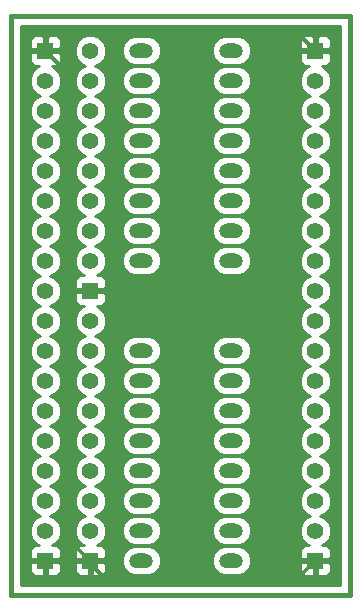
<source format=gbl>
G04 (created by PCBNEW-RS274X (2011-07-08)-stable) date Thu 27 Oct 2011 07:18:31 PM CEST*
G01*
G70*
G90*
%MOIN*%
G04 Gerber Fmt 3.4, Leading zero omitted, Abs format*
%FSLAX34Y34*%
G04 APERTURE LIST*
%ADD10C,0.006000*%
%ADD11C,0.015000*%
%ADD12R,0.055000X0.055000*%
%ADD13C,0.055000*%
%ADD14O,0.080000X0.050000*%
%ADD15C,0.012000*%
%ADD16C,0.010000*%
G04 APERTURE END LIST*
G54D10*
G54D11*
X64950Y-33050D02*
X64950Y-13750D01*
X76250Y-33050D02*
X76250Y-13750D01*
X64950Y-33050D02*
X76250Y-33050D01*
X64950Y-13750D02*
X76250Y-13750D01*
G54D12*
X67600Y-22900D03*
G54D13*
X67600Y-21900D03*
X67600Y-20900D03*
X67600Y-19900D03*
X67600Y-18900D03*
X67600Y-17900D03*
X67600Y-16900D03*
X67600Y-15900D03*
X67600Y-14900D03*
G54D12*
X75100Y-14900D03*
G54D13*
X75100Y-15900D03*
X75100Y-16900D03*
X75100Y-17900D03*
X75100Y-18900D03*
X75100Y-19900D03*
X75100Y-20900D03*
X75100Y-21900D03*
X75100Y-22900D03*
G54D12*
X75100Y-31900D03*
G54D13*
X75100Y-30900D03*
X75100Y-29900D03*
X75100Y-28900D03*
X75100Y-27900D03*
X75100Y-26900D03*
X75100Y-25900D03*
X75100Y-24900D03*
X75100Y-23900D03*
G54D12*
X66100Y-31900D03*
G54D13*
X66100Y-30900D03*
X66100Y-29900D03*
X66100Y-28900D03*
X66100Y-27900D03*
X66100Y-26900D03*
X66100Y-25900D03*
X66100Y-24900D03*
X66100Y-23900D03*
G54D12*
X66100Y-14900D03*
G54D13*
X66100Y-15900D03*
X66100Y-16900D03*
X66100Y-17900D03*
X66100Y-18900D03*
X66100Y-19900D03*
X66100Y-20900D03*
X66100Y-21900D03*
X66100Y-22900D03*
G54D14*
X72300Y-31900D03*
X72300Y-30900D03*
X72300Y-29900D03*
X72300Y-28900D03*
X72300Y-27900D03*
X72300Y-26900D03*
X72300Y-25900D03*
X72300Y-24900D03*
X69300Y-24900D03*
X69300Y-25900D03*
X69300Y-26900D03*
X69300Y-27900D03*
X69300Y-28900D03*
X69300Y-29900D03*
X69300Y-30900D03*
X69300Y-31900D03*
X72300Y-21900D03*
X72300Y-20900D03*
X72300Y-19900D03*
X72300Y-18900D03*
X72300Y-17900D03*
X72300Y-16900D03*
X72300Y-15900D03*
X72300Y-14900D03*
X69300Y-14900D03*
X69300Y-15900D03*
X69300Y-16900D03*
X69300Y-17900D03*
X69300Y-18900D03*
X69300Y-19900D03*
X69300Y-20900D03*
X69300Y-21900D03*
G54D12*
X67600Y-31900D03*
G54D13*
X67600Y-30900D03*
X67600Y-29900D03*
X67600Y-28900D03*
X67600Y-27900D03*
X67600Y-26900D03*
X67600Y-25900D03*
X67600Y-24900D03*
X67600Y-23900D03*
G54D15*
X66100Y-14900D02*
X66100Y-14400D01*
X74350Y-14150D02*
X75100Y-14900D01*
X66350Y-14150D02*
X74350Y-14150D01*
X66100Y-14400D02*
X66350Y-14150D01*
X66850Y-15650D02*
X66100Y-14900D01*
X66850Y-22600D02*
X66850Y-15650D01*
X67150Y-22900D02*
X66850Y-22600D01*
X67600Y-31900D02*
X67600Y-32000D01*
X74450Y-32550D02*
X75100Y-31900D01*
X68150Y-32550D02*
X74450Y-32550D01*
X67600Y-32000D02*
X68150Y-32550D01*
X67600Y-22900D02*
X67150Y-22900D01*
X67150Y-22900D02*
X66900Y-23150D01*
X66900Y-31200D02*
X67600Y-31900D01*
X66900Y-23150D02*
X66900Y-31200D01*
X66100Y-31900D02*
X67600Y-31900D01*
G54D10*
G36*
X75925Y-32725D02*
X75625Y-32725D01*
X75625Y-32012D01*
X75625Y-31788D01*
X75624Y-31576D01*
X75586Y-31484D01*
X75516Y-31414D01*
X75425Y-31376D01*
X75326Y-31376D01*
X75322Y-31375D01*
X75397Y-31345D01*
X75545Y-31198D01*
X75625Y-31005D01*
X75625Y-30796D01*
X75545Y-30603D01*
X75398Y-30455D01*
X75264Y-30399D01*
X75397Y-30345D01*
X75545Y-30198D01*
X75625Y-30005D01*
X75625Y-29796D01*
X75545Y-29603D01*
X75398Y-29455D01*
X75264Y-29399D01*
X75397Y-29345D01*
X75545Y-29198D01*
X75625Y-29005D01*
X75625Y-28796D01*
X75545Y-28603D01*
X75398Y-28455D01*
X75264Y-28399D01*
X75397Y-28345D01*
X75545Y-28198D01*
X75625Y-28005D01*
X75625Y-27796D01*
X75545Y-27603D01*
X75398Y-27455D01*
X75264Y-27399D01*
X75397Y-27345D01*
X75545Y-27198D01*
X75625Y-27005D01*
X75625Y-26796D01*
X75545Y-26603D01*
X75398Y-26455D01*
X75264Y-26399D01*
X75397Y-26345D01*
X75545Y-26198D01*
X75625Y-26005D01*
X75625Y-25796D01*
X75545Y-25603D01*
X75398Y-25455D01*
X75264Y-25399D01*
X75397Y-25345D01*
X75545Y-25198D01*
X75625Y-25005D01*
X75625Y-24796D01*
X75545Y-24603D01*
X75398Y-24455D01*
X75264Y-24399D01*
X75397Y-24345D01*
X75545Y-24198D01*
X75625Y-24005D01*
X75625Y-23796D01*
X75545Y-23603D01*
X75398Y-23455D01*
X75264Y-23399D01*
X75397Y-23345D01*
X75545Y-23198D01*
X75625Y-23005D01*
X75625Y-22796D01*
X75545Y-22603D01*
X75398Y-22455D01*
X75264Y-22399D01*
X75397Y-22345D01*
X75545Y-22198D01*
X75625Y-22005D01*
X75625Y-21796D01*
X75545Y-21603D01*
X75398Y-21455D01*
X75264Y-21399D01*
X75397Y-21345D01*
X75545Y-21198D01*
X75625Y-21005D01*
X75625Y-20796D01*
X75545Y-20603D01*
X75398Y-20455D01*
X75264Y-20399D01*
X75397Y-20345D01*
X75545Y-20198D01*
X75625Y-20005D01*
X75625Y-19796D01*
X75545Y-19603D01*
X75398Y-19455D01*
X75264Y-19399D01*
X75397Y-19345D01*
X75545Y-19198D01*
X75625Y-19005D01*
X75625Y-18796D01*
X75545Y-18603D01*
X75398Y-18455D01*
X75264Y-18399D01*
X75397Y-18345D01*
X75545Y-18198D01*
X75625Y-18005D01*
X75625Y-17796D01*
X75545Y-17603D01*
X75398Y-17455D01*
X75264Y-17399D01*
X75397Y-17345D01*
X75545Y-17198D01*
X75625Y-17005D01*
X75625Y-16796D01*
X75545Y-16603D01*
X75398Y-16455D01*
X75264Y-16399D01*
X75397Y-16345D01*
X75545Y-16198D01*
X75625Y-16005D01*
X75625Y-15796D01*
X75545Y-15603D01*
X75398Y-15455D01*
X75323Y-15424D01*
X75326Y-15424D01*
X75425Y-15424D01*
X75516Y-15386D01*
X75586Y-15316D01*
X75624Y-15224D01*
X75625Y-15012D01*
X75625Y-14788D01*
X75624Y-14576D01*
X75586Y-14484D01*
X75516Y-14414D01*
X75425Y-14376D01*
X75326Y-14376D01*
X75212Y-14375D01*
X75150Y-14437D01*
X75150Y-14850D01*
X75563Y-14850D01*
X75625Y-14788D01*
X75625Y-15012D01*
X75563Y-14950D01*
X75200Y-14950D01*
X75150Y-14950D01*
X75050Y-14950D01*
X75050Y-14850D01*
X75050Y-14437D01*
X74988Y-14375D01*
X74874Y-14376D01*
X74775Y-14376D01*
X74684Y-14414D01*
X74614Y-14484D01*
X74576Y-14576D01*
X74575Y-14788D01*
X74637Y-14850D01*
X75050Y-14850D01*
X75050Y-14950D01*
X75000Y-14950D01*
X74637Y-14950D01*
X74575Y-15012D01*
X74576Y-15224D01*
X74614Y-15316D01*
X74684Y-15386D01*
X74775Y-15424D01*
X74874Y-15424D01*
X74803Y-15455D01*
X74655Y-15602D01*
X74575Y-15795D01*
X74575Y-16004D01*
X74655Y-16197D01*
X74802Y-16345D01*
X74935Y-16400D01*
X74803Y-16455D01*
X74655Y-16602D01*
X74575Y-16795D01*
X74575Y-17004D01*
X74655Y-17197D01*
X74802Y-17345D01*
X74935Y-17400D01*
X74803Y-17455D01*
X74655Y-17602D01*
X74575Y-17795D01*
X74575Y-18004D01*
X74655Y-18197D01*
X74802Y-18345D01*
X74935Y-18400D01*
X74803Y-18455D01*
X74655Y-18602D01*
X74575Y-18795D01*
X74575Y-19004D01*
X74655Y-19197D01*
X74802Y-19345D01*
X74935Y-19400D01*
X74803Y-19455D01*
X74655Y-19602D01*
X74575Y-19795D01*
X74575Y-20004D01*
X74655Y-20197D01*
X74802Y-20345D01*
X74935Y-20400D01*
X74803Y-20455D01*
X74655Y-20602D01*
X74575Y-20795D01*
X74575Y-21004D01*
X74655Y-21197D01*
X74802Y-21345D01*
X74935Y-21400D01*
X74803Y-21455D01*
X74655Y-21602D01*
X74575Y-21795D01*
X74575Y-22004D01*
X74655Y-22197D01*
X74802Y-22345D01*
X74935Y-22400D01*
X74803Y-22455D01*
X74655Y-22602D01*
X74575Y-22795D01*
X74575Y-23004D01*
X74655Y-23197D01*
X74802Y-23345D01*
X74935Y-23400D01*
X74803Y-23455D01*
X74655Y-23602D01*
X74575Y-23795D01*
X74575Y-24004D01*
X74655Y-24197D01*
X74802Y-24345D01*
X74935Y-24400D01*
X74803Y-24455D01*
X74655Y-24602D01*
X74575Y-24795D01*
X74575Y-25004D01*
X74655Y-25197D01*
X74802Y-25345D01*
X74935Y-25400D01*
X74803Y-25455D01*
X74655Y-25602D01*
X74575Y-25795D01*
X74575Y-26004D01*
X74655Y-26197D01*
X74802Y-26345D01*
X74935Y-26400D01*
X74803Y-26455D01*
X74655Y-26602D01*
X74575Y-26795D01*
X74575Y-27004D01*
X74655Y-27197D01*
X74802Y-27345D01*
X74935Y-27400D01*
X74803Y-27455D01*
X74655Y-27602D01*
X74575Y-27795D01*
X74575Y-28004D01*
X74655Y-28197D01*
X74802Y-28345D01*
X74935Y-28400D01*
X74803Y-28455D01*
X74655Y-28602D01*
X74575Y-28795D01*
X74575Y-29004D01*
X74655Y-29197D01*
X74802Y-29345D01*
X74935Y-29400D01*
X74803Y-29455D01*
X74655Y-29602D01*
X74575Y-29795D01*
X74575Y-30004D01*
X74655Y-30197D01*
X74802Y-30345D01*
X74935Y-30400D01*
X74803Y-30455D01*
X74655Y-30602D01*
X74575Y-30795D01*
X74575Y-31004D01*
X74655Y-31197D01*
X74802Y-31345D01*
X74876Y-31375D01*
X74874Y-31376D01*
X74775Y-31376D01*
X74684Y-31414D01*
X74614Y-31484D01*
X74576Y-31576D01*
X74575Y-31788D01*
X74637Y-31850D01*
X75000Y-31850D01*
X75050Y-31850D01*
X75150Y-31850D01*
X75200Y-31850D01*
X75563Y-31850D01*
X75625Y-31788D01*
X75625Y-32012D01*
X75563Y-31950D01*
X75150Y-31950D01*
X75150Y-32363D01*
X75212Y-32425D01*
X75326Y-32424D01*
X75425Y-32424D01*
X75516Y-32386D01*
X75586Y-32316D01*
X75624Y-32224D01*
X75625Y-32012D01*
X75625Y-32725D01*
X75050Y-32725D01*
X75050Y-32363D01*
X75050Y-31950D01*
X74637Y-31950D01*
X74575Y-32012D01*
X74576Y-32224D01*
X74614Y-32316D01*
X74684Y-32386D01*
X74775Y-32424D01*
X74874Y-32424D01*
X74988Y-32425D01*
X75050Y-32363D01*
X75050Y-32725D01*
X72952Y-32725D01*
X72952Y-31998D01*
X72952Y-31803D01*
X72952Y-30998D01*
X72952Y-30803D01*
X72952Y-29998D01*
X72952Y-29803D01*
X72952Y-28998D01*
X72952Y-28803D01*
X72952Y-27998D01*
X72952Y-27803D01*
X72952Y-26998D01*
X72952Y-26803D01*
X72952Y-25998D01*
X72952Y-25803D01*
X72952Y-24998D01*
X72952Y-24803D01*
X72952Y-21998D01*
X72952Y-21803D01*
X72952Y-20998D01*
X72952Y-20803D01*
X72952Y-19998D01*
X72952Y-19803D01*
X72952Y-18998D01*
X72952Y-18803D01*
X72952Y-17998D01*
X72952Y-17803D01*
X72952Y-16998D01*
X72952Y-16803D01*
X72952Y-15998D01*
X72952Y-15803D01*
X72952Y-14998D01*
X72952Y-14803D01*
X72878Y-14623D01*
X72740Y-14485D01*
X72560Y-14410D01*
X72365Y-14410D01*
X72041Y-14410D01*
X71861Y-14484D01*
X71723Y-14622D01*
X71648Y-14802D01*
X71648Y-14997D01*
X71722Y-15177D01*
X71860Y-15315D01*
X72040Y-15390D01*
X72235Y-15390D01*
X72559Y-15390D01*
X72739Y-15316D01*
X72877Y-15178D01*
X72952Y-14998D01*
X72952Y-15803D01*
X72878Y-15623D01*
X72740Y-15485D01*
X72560Y-15410D01*
X72365Y-15410D01*
X72041Y-15410D01*
X71861Y-15484D01*
X71723Y-15622D01*
X71648Y-15802D01*
X71648Y-15997D01*
X71722Y-16177D01*
X71860Y-16315D01*
X72040Y-16390D01*
X72235Y-16390D01*
X72559Y-16390D01*
X72739Y-16316D01*
X72877Y-16178D01*
X72952Y-15998D01*
X72952Y-16803D01*
X72878Y-16623D01*
X72740Y-16485D01*
X72560Y-16410D01*
X72365Y-16410D01*
X72041Y-16410D01*
X71861Y-16484D01*
X71723Y-16622D01*
X71648Y-16802D01*
X71648Y-16997D01*
X71722Y-17177D01*
X71860Y-17315D01*
X72040Y-17390D01*
X72235Y-17390D01*
X72559Y-17390D01*
X72739Y-17316D01*
X72877Y-17178D01*
X72952Y-16998D01*
X72952Y-17803D01*
X72878Y-17623D01*
X72740Y-17485D01*
X72560Y-17410D01*
X72365Y-17410D01*
X72041Y-17410D01*
X71861Y-17484D01*
X71723Y-17622D01*
X71648Y-17802D01*
X71648Y-17997D01*
X71722Y-18177D01*
X71860Y-18315D01*
X72040Y-18390D01*
X72235Y-18390D01*
X72559Y-18390D01*
X72739Y-18316D01*
X72877Y-18178D01*
X72952Y-17998D01*
X72952Y-18803D01*
X72878Y-18623D01*
X72740Y-18485D01*
X72560Y-18410D01*
X72365Y-18410D01*
X72041Y-18410D01*
X71861Y-18484D01*
X71723Y-18622D01*
X71648Y-18802D01*
X71648Y-18997D01*
X71722Y-19177D01*
X71860Y-19315D01*
X72040Y-19390D01*
X72235Y-19390D01*
X72559Y-19390D01*
X72739Y-19316D01*
X72877Y-19178D01*
X72952Y-18998D01*
X72952Y-19803D01*
X72878Y-19623D01*
X72740Y-19485D01*
X72560Y-19410D01*
X72365Y-19410D01*
X72041Y-19410D01*
X71861Y-19484D01*
X71723Y-19622D01*
X71648Y-19802D01*
X71648Y-19997D01*
X71722Y-20177D01*
X71860Y-20315D01*
X72040Y-20390D01*
X72235Y-20390D01*
X72559Y-20390D01*
X72739Y-20316D01*
X72877Y-20178D01*
X72952Y-19998D01*
X72952Y-20803D01*
X72878Y-20623D01*
X72740Y-20485D01*
X72560Y-20410D01*
X72365Y-20410D01*
X72041Y-20410D01*
X71861Y-20484D01*
X71723Y-20622D01*
X71648Y-20802D01*
X71648Y-20997D01*
X71722Y-21177D01*
X71860Y-21315D01*
X72040Y-21390D01*
X72235Y-21390D01*
X72559Y-21390D01*
X72739Y-21316D01*
X72877Y-21178D01*
X72952Y-20998D01*
X72952Y-21803D01*
X72878Y-21623D01*
X72740Y-21485D01*
X72560Y-21410D01*
X72365Y-21410D01*
X72041Y-21410D01*
X71861Y-21484D01*
X71723Y-21622D01*
X71648Y-21802D01*
X71648Y-21997D01*
X71722Y-22177D01*
X71860Y-22315D01*
X72040Y-22390D01*
X72235Y-22390D01*
X72559Y-22390D01*
X72739Y-22316D01*
X72877Y-22178D01*
X72952Y-21998D01*
X72952Y-24803D01*
X72878Y-24623D01*
X72740Y-24485D01*
X72560Y-24410D01*
X72365Y-24410D01*
X72041Y-24410D01*
X71861Y-24484D01*
X71723Y-24622D01*
X71648Y-24802D01*
X71648Y-24997D01*
X71722Y-25177D01*
X71860Y-25315D01*
X72040Y-25390D01*
X72235Y-25390D01*
X72559Y-25390D01*
X72739Y-25316D01*
X72877Y-25178D01*
X72952Y-24998D01*
X72952Y-25803D01*
X72878Y-25623D01*
X72740Y-25485D01*
X72560Y-25410D01*
X72365Y-25410D01*
X72041Y-25410D01*
X71861Y-25484D01*
X71723Y-25622D01*
X71648Y-25802D01*
X71648Y-25997D01*
X71722Y-26177D01*
X71860Y-26315D01*
X72040Y-26390D01*
X72235Y-26390D01*
X72559Y-26390D01*
X72739Y-26316D01*
X72877Y-26178D01*
X72952Y-25998D01*
X72952Y-26803D01*
X72878Y-26623D01*
X72740Y-26485D01*
X72560Y-26410D01*
X72365Y-26410D01*
X72041Y-26410D01*
X71861Y-26484D01*
X71723Y-26622D01*
X71648Y-26802D01*
X71648Y-26997D01*
X71722Y-27177D01*
X71860Y-27315D01*
X72040Y-27390D01*
X72235Y-27390D01*
X72559Y-27390D01*
X72739Y-27316D01*
X72877Y-27178D01*
X72952Y-26998D01*
X72952Y-27803D01*
X72878Y-27623D01*
X72740Y-27485D01*
X72560Y-27410D01*
X72365Y-27410D01*
X72041Y-27410D01*
X71861Y-27484D01*
X71723Y-27622D01*
X71648Y-27802D01*
X71648Y-27997D01*
X71722Y-28177D01*
X71860Y-28315D01*
X72040Y-28390D01*
X72235Y-28390D01*
X72559Y-28390D01*
X72739Y-28316D01*
X72877Y-28178D01*
X72952Y-27998D01*
X72952Y-28803D01*
X72878Y-28623D01*
X72740Y-28485D01*
X72560Y-28410D01*
X72365Y-28410D01*
X72041Y-28410D01*
X71861Y-28484D01*
X71723Y-28622D01*
X71648Y-28802D01*
X71648Y-28997D01*
X71722Y-29177D01*
X71860Y-29315D01*
X72040Y-29390D01*
X72235Y-29390D01*
X72559Y-29390D01*
X72739Y-29316D01*
X72877Y-29178D01*
X72952Y-28998D01*
X72952Y-29803D01*
X72878Y-29623D01*
X72740Y-29485D01*
X72560Y-29410D01*
X72365Y-29410D01*
X72041Y-29410D01*
X71861Y-29484D01*
X71723Y-29622D01*
X71648Y-29802D01*
X71648Y-29997D01*
X71722Y-30177D01*
X71860Y-30315D01*
X72040Y-30390D01*
X72235Y-30390D01*
X72559Y-30390D01*
X72739Y-30316D01*
X72877Y-30178D01*
X72952Y-29998D01*
X72952Y-30803D01*
X72878Y-30623D01*
X72740Y-30485D01*
X72560Y-30410D01*
X72365Y-30410D01*
X72041Y-30410D01*
X71861Y-30484D01*
X71723Y-30622D01*
X71648Y-30802D01*
X71648Y-30997D01*
X71722Y-31177D01*
X71860Y-31315D01*
X72040Y-31390D01*
X72235Y-31390D01*
X72559Y-31390D01*
X72739Y-31316D01*
X72877Y-31178D01*
X72952Y-30998D01*
X72952Y-31803D01*
X72878Y-31623D01*
X72740Y-31485D01*
X72560Y-31410D01*
X72365Y-31410D01*
X72041Y-31410D01*
X71861Y-31484D01*
X71723Y-31622D01*
X71648Y-31802D01*
X71648Y-31997D01*
X71722Y-32177D01*
X71860Y-32315D01*
X72040Y-32390D01*
X72235Y-32390D01*
X72559Y-32390D01*
X72739Y-32316D01*
X72877Y-32178D01*
X72952Y-31998D01*
X72952Y-32725D01*
X69952Y-32725D01*
X69952Y-31998D01*
X69952Y-31803D01*
X69952Y-30998D01*
X69952Y-30803D01*
X69952Y-29998D01*
X69952Y-29803D01*
X69952Y-28998D01*
X69952Y-28803D01*
X69952Y-27998D01*
X69952Y-27803D01*
X69952Y-26998D01*
X69952Y-26803D01*
X69952Y-25998D01*
X69952Y-25803D01*
X69952Y-24998D01*
X69952Y-24803D01*
X69952Y-21998D01*
X69952Y-21803D01*
X69952Y-20998D01*
X69952Y-20803D01*
X69952Y-19998D01*
X69952Y-19803D01*
X69952Y-18998D01*
X69952Y-18803D01*
X69952Y-17998D01*
X69952Y-17803D01*
X69952Y-16998D01*
X69952Y-16803D01*
X69952Y-15998D01*
X69952Y-15803D01*
X69952Y-14998D01*
X69952Y-14803D01*
X69878Y-14623D01*
X69740Y-14485D01*
X69560Y-14410D01*
X69365Y-14410D01*
X69041Y-14410D01*
X68861Y-14484D01*
X68723Y-14622D01*
X68648Y-14802D01*
X68648Y-14997D01*
X68722Y-15177D01*
X68860Y-15315D01*
X69040Y-15390D01*
X69235Y-15390D01*
X69559Y-15390D01*
X69739Y-15316D01*
X69877Y-15178D01*
X69952Y-14998D01*
X69952Y-15803D01*
X69878Y-15623D01*
X69740Y-15485D01*
X69560Y-15410D01*
X69365Y-15410D01*
X69041Y-15410D01*
X68861Y-15484D01*
X68723Y-15622D01*
X68648Y-15802D01*
X68648Y-15997D01*
X68722Y-16177D01*
X68860Y-16315D01*
X69040Y-16390D01*
X69235Y-16390D01*
X69559Y-16390D01*
X69739Y-16316D01*
X69877Y-16178D01*
X69952Y-15998D01*
X69952Y-16803D01*
X69878Y-16623D01*
X69740Y-16485D01*
X69560Y-16410D01*
X69365Y-16410D01*
X69041Y-16410D01*
X68861Y-16484D01*
X68723Y-16622D01*
X68648Y-16802D01*
X68648Y-16997D01*
X68722Y-17177D01*
X68860Y-17315D01*
X69040Y-17390D01*
X69235Y-17390D01*
X69559Y-17390D01*
X69739Y-17316D01*
X69877Y-17178D01*
X69952Y-16998D01*
X69952Y-17803D01*
X69878Y-17623D01*
X69740Y-17485D01*
X69560Y-17410D01*
X69365Y-17410D01*
X69041Y-17410D01*
X68861Y-17484D01*
X68723Y-17622D01*
X68648Y-17802D01*
X68648Y-17997D01*
X68722Y-18177D01*
X68860Y-18315D01*
X69040Y-18390D01*
X69235Y-18390D01*
X69559Y-18390D01*
X69739Y-18316D01*
X69877Y-18178D01*
X69952Y-17998D01*
X69952Y-18803D01*
X69878Y-18623D01*
X69740Y-18485D01*
X69560Y-18410D01*
X69365Y-18410D01*
X69041Y-18410D01*
X68861Y-18484D01*
X68723Y-18622D01*
X68648Y-18802D01*
X68648Y-18997D01*
X68722Y-19177D01*
X68860Y-19315D01*
X69040Y-19390D01*
X69235Y-19390D01*
X69559Y-19390D01*
X69739Y-19316D01*
X69877Y-19178D01*
X69952Y-18998D01*
X69952Y-19803D01*
X69878Y-19623D01*
X69740Y-19485D01*
X69560Y-19410D01*
X69365Y-19410D01*
X69041Y-19410D01*
X68861Y-19484D01*
X68723Y-19622D01*
X68648Y-19802D01*
X68648Y-19997D01*
X68722Y-20177D01*
X68860Y-20315D01*
X69040Y-20390D01*
X69235Y-20390D01*
X69559Y-20390D01*
X69739Y-20316D01*
X69877Y-20178D01*
X69952Y-19998D01*
X69952Y-20803D01*
X69878Y-20623D01*
X69740Y-20485D01*
X69560Y-20410D01*
X69365Y-20410D01*
X69041Y-20410D01*
X68861Y-20484D01*
X68723Y-20622D01*
X68648Y-20802D01*
X68648Y-20997D01*
X68722Y-21177D01*
X68860Y-21315D01*
X69040Y-21390D01*
X69235Y-21390D01*
X69559Y-21390D01*
X69739Y-21316D01*
X69877Y-21178D01*
X69952Y-20998D01*
X69952Y-21803D01*
X69878Y-21623D01*
X69740Y-21485D01*
X69560Y-21410D01*
X69365Y-21410D01*
X69041Y-21410D01*
X68861Y-21484D01*
X68723Y-21622D01*
X68648Y-21802D01*
X68648Y-21997D01*
X68722Y-22177D01*
X68860Y-22315D01*
X69040Y-22390D01*
X69235Y-22390D01*
X69559Y-22390D01*
X69739Y-22316D01*
X69877Y-22178D01*
X69952Y-21998D01*
X69952Y-24803D01*
X69878Y-24623D01*
X69740Y-24485D01*
X69560Y-24410D01*
X69365Y-24410D01*
X69041Y-24410D01*
X68861Y-24484D01*
X68723Y-24622D01*
X68648Y-24802D01*
X68648Y-24997D01*
X68722Y-25177D01*
X68860Y-25315D01*
X69040Y-25390D01*
X69235Y-25390D01*
X69559Y-25390D01*
X69739Y-25316D01*
X69877Y-25178D01*
X69952Y-24998D01*
X69952Y-25803D01*
X69878Y-25623D01*
X69740Y-25485D01*
X69560Y-25410D01*
X69365Y-25410D01*
X69041Y-25410D01*
X68861Y-25484D01*
X68723Y-25622D01*
X68648Y-25802D01*
X68648Y-25997D01*
X68722Y-26177D01*
X68860Y-26315D01*
X69040Y-26390D01*
X69235Y-26390D01*
X69559Y-26390D01*
X69739Y-26316D01*
X69877Y-26178D01*
X69952Y-25998D01*
X69952Y-26803D01*
X69878Y-26623D01*
X69740Y-26485D01*
X69560Y-26410D01*
X69365Y-26410D01*
X69041Y-26410D01*
X68861Y-26484D01*
X68723Y-26622D01*
X68648Y-26802D01*
X68648Y-26997D01*
X68722Y-27177D01*
X68860Y-27315D01*
X69040Y-27390D01*
X69235Y-27390D01*
X69559Y-27390D01*
X69739Y-27316D01*
X69877Y-27178D01*
X69952Y-26998D01*
X69952Y-27803D01*
X69878Y-27623D01*
X69740Y-27485D01*
X69560Y-27410D01*
X69365Y-27410D01*
X69041Y-27410D01*
X68861Y-27484D01*
X68723Y-27622D01*
X68648Y-27802D01*
X68648Y-27997D01*
X68722Y-28177D01*
X68860Y-28315D01*
X69040Y-28390D01*
X69235Y-28390D01*
X69559Y-28390D01*
X69739Y-28316D01*
X69877Y-28178D01*
X69952Y-27998D01*
X69952Y-28803D01*
X69878Y-28623D01*
X69740Y-28485D01*
X69560Y-28410D01*
X69365Y-28410D01*
X69041Y-28410D01*
X68861Y-28484D01*
X68723Y-28622D01*
X68648Y-28802D01*
X68648Y-28997D01*
X68722Y-29177D01*
X68860Y-29315D01*
X69040Y-29390D01*
X69235Y-29390D01*
X69559Y-29390D01*
X69739Y-29316D01*
X69877Y-29178D01*
X69952Y-28998D01*
X69952Y-29803D01*
X69878Y-29623D01*
X69740Y-29485D01*
X69560Y-29410D01*
X69365Y-29410D01*
X69041Y-29410D01*
X68861Y-29484D01*
X68723Y-29622D01*
X68648Y-29802D01*
X68648Y-29997D01*
X68722Y-30177D01*
X68860Y-30315D01*
X69040Y-30390D01*
X69235Y-30390D01*
X69559Y-30390D01*
X69739Y-30316D01*
X69877Y-30178D01*
X69952Y-29998D01*
X69952Y-30803D01*
X69878Y-30623D01*
X69740Y-30485D01*
X69560Y-30410D01*
X69365Y-30410D01*
X69041Y-30410D01*
X68861Y-30484D01*
X68723Y-30622D01*
X68648Y-30802D01*
X68648Y-30997D01*
X68722Y-31177D01*
X68860Y-31315D01*
X69040Y-31390D01*
X69235Y-31390D01*
X69559Y-31390D01*
X69739Y-31316D01*
X69877Y-31178D01*
X69952Y-30998D01*
X69952Y-31803D01*
X69878Y-31623D01*
X69740Y-31485D01*
X69560Y-31410D01*
X69365Y-31410D01*
X69041Y-31410D01*
X68861Y-31484D01*
X68723Y-31622D01*
X68648Y-31802D01*
X68648Y-31997D01*
X68722Y-32177D01*
X68860Y-32315D01*
X69040Y-32390D01*
X69235Y-32390D01*
X69559Y-32390D01*
X69739Y-32316D01*
X69877Y-32178D01*
X69952Y-31998D01*
X69952Y-32725D01*
X68125Y-32725D01*
X68125Y-32012D01*
X68125Y-31788D01*
X68124Y-31576D01*
X68086Y-31484D01*
X68016Y-31414D01*
X67925Y-31376D01*
X67826Y-31376D01*
X67822Y-31375D01*
X67897Y-31345D01*
X68045Y-31198D01*
X68125Y-31005D01*
X68125Y-30796D01*
X68045Y-30603D01*
X67898Y-30455D01*
X67764Y-30399D01*
X67897Y-30345D01*
X68045Y-30198D01*
X68125Y-30005D01*
X68125Y-29796D01*
X68045Y-29603D01*
X67898Y-29455D01*
X67764Y-29399D01*
X67897Y-29345D01*
X68045Y-29198D01*
X68125Y-29005D01*
X68125Y-28796D01*
X68045Y-28603D01*
X67898Y-28455D01*
X67764Y-28399D01*
X67897Y-28345D01*
X68045Y-28198D01*
X68125Y-28005D01*
X68125Y-27796D01*
X68045Y-27603D01*
X67898Y-27455D01*
X67764Y-27399D01*
X67897Y-27345D01*
X68045Y-27198D01*
X68125Y-27005D01*
X68125Y-26796D01*
X68045Y-26603D01*
X67898Y-26455D01*
X67764Y-26399D01*
X67897Y-26345D01*
X68045Y-26198D01*
X68125Y-26005D01*
X68125Y-25796D01*
X68045Y-25603D01*
X67898Y-25455D01*
X67764Y-25399D01*
X67897Y-25345D01*
X68045Y-25198D01*
X68125Y-25005D01*
X68125Y-24796D01*
X68045Y-24603D01*
X67898Y-24455D01*
X67764Y-24399D01*
X67897Y-24345D01*
X68045Y-24198D01*
X68125Y-24005D01*
X68125Y-23796D01*
X68045Y-23603D01*
X67898Y-23455D01*
X67823Y-23424D01*
X67826Y-23424D01*
X67925Y-23424D01*
X68016Y-23386D01*
X68086Y-23316D01*
X68124Y-23224D01*
X68125Y-23012D01*
X68125Y-22788D01*
X68124Y-22576D01*
X68086Y-22484D01*
X68016Y-22414D01*
X67925Y-22376D01*
X67826Y-22376D01*
X67822Y-22375D01*
X67897Y-22345D01*
X68045Y-22198D01*
X68125Y-22005D01*
X68125Y-21796D01*
X68045Y-21603D01*
X67898Y-21455D01*
X67764Y-21399D01*
X67897Y-21345D01*
X68045Y-21198D01*
X68125Y-21005D01*
X68125Y-20796D01*
X68045Y-20603D01*
X67898Y-20455D01*
X67764Y-20399D01*
X67897Y-20345D01*
X68045Y-20198D01*
X68125Y-20005D01*
X68125Y-19796D01*
X68045Y-19603D01*
X67898Y-19455D01*
X67764Y-19399D01*
X67897Y-19345D01*
X68045Y-19198D01*
X68125Y-19005D01*
X68125Y-18796D01*
X68045Y-18603D01*
X67898Y-18455D01*
X67764Y-18399D01*
X67897Y-18345D01*
X68045Y-18198D01*
X68125Y-18005D01*
X68125Y-17796D01*
X68045Y-17603D01*
X67898Y-17455D01*
X67764Y-17399D01*
X67897Y-17345D01*
X68045Y-17198D01*
X68125Y-17005D01*
X68125Y-16796D01*
X68045Y-16603D01*
X67898Y-16455D01*
X67764Y-16399D01*
X67897Y-16345D01*
X68045Y-16198D01*
X68125Y-16005D01*
X68125Y-15796D01*
X68045Y-15603D01*
X67898Y-15455D01*
X67764Y-15399D01*
X67897Y-15345D01*
X68045Y-15198D01*
X68125Y-15005D01*
X68125Y-14796D01*
X68045Y-14603D01*
X67898Y-14455D01*
X67705Y-14375D01*
X67496Y-14375D01*
X67303Y-14455D01*
X67155Y-14602D01*
X67075Y-14795D01*
X67075Y-15004D01*
X67155Y-15197D01*
X67302Y-15345D01*
X67435Y-15400D01*
X67303Y-15455D01*
X67155Y-15602D01*
X67075Y-15795D01*
X67075Y-16004D01*
X67155Y-16197D01*
X67302Y-16345D01*
X67435Y-16400D01*
X67303Y-16455D01*
X67155Y-16602D01*
X67075Y-16795D01*
X67075Y-17004D01*
X67155Y-17197D01*
X67302Y-17345D01*
X67435Y-17400D01*
X67303Y-17455D01*
X67155Y-17602D01*
X67075Y-17795D01*
X67075Y-18004D01*
X67155Y-18197D01*
X67302Y-18345D01*
X67435Y-18400D01*
X67303Y-18455D01*
X67155Y-18602D01*
X67075Y-18795D01*
X67075Y-19004D01*
X67155Y-19197D01*
X67302Y-19345D01*
X67435Y-19400D01*
X67303Y-19455D01*
X67155Y-19602D01*
X67075Y-19795D01*
X67075Y-20004D01*
X67155Y-20197D01*
X67302Y-20345D01*
X67435Y-20400D01*
X67303Y-20455D01*
X67155Y-20602D01*
X67075Y-20795D01*
X67075Y-21004D01*
X67155Y-21197D01*
X67302Y-21345D01*
X67435Y-21400D01*
X67303Y-21455D01*
X67155Y-21602D01*
X67075Y-21795D01*
X67075Y-22004D01*
X67155Y-22197D01*
X67302Y-22345D01*
X67376Y-22375D01*
X67374Y-22376D01*
X67275Y-22376D01*
X67184Y-22414D01*
X67114Y-22484D01*
X67076Y-22576D01*
X67075Y-22788D01*
X67137Y-22850D01*
X67500Y-22850D01*
X67550Y-22850D01*
X67650Y-22850D01*
X67700Y-22850D01*
X68063Y-22850D01*
X68125Y-22788D01*
X68125Y-23012D01*
X68063Y-22950D01*
X67700Y-22950D01*
X67650Y-22950D01*
X67550Y-22950D01*
X67500Y-22950D01*
X67137Y-22950D01*
X67075Y-23012D01*
X67076Y-23224D01*
X67114Y-23316D01*
X67184Y-23386D01*
X67275Y-23424D01*
X67374Y-23424D01*
X67303Y-23455D01*
X67155Y-23602D01*
X67075Y-23795D01*
X67075Y-24004D01*
X67155Y-24197D01*
X67302Y-24345D01*
X67435Y-24400D01*
X67303Y-24455D01*
X67155Y-24602D01*
X67075Y-24795D01*
X67075Y-25004D01*
X67155Y-25197D01*
X67302Y-25345D01*
X67435Y-25400D01*
X67303Y-25455D01*
X67155Y-25602D01*
X67075Y-25795D01*
X67075Y-26004D01*
X67155Y-26197D01*
X67302Y-26345D01*
X67435Y-26400D01*
X67303Y-26455D01*
X67155Y-26602D01*
X67075Y-26795D01*
X67075Y-27004D01*
X67155Y-27197D01*
X67302Y-27345D01*
X67435Y-27400D01*
X67303Y-27455D01*
X67155Y-27602D01*
X67075Y-27795D01*
X67075Y-28004D01*
X67155Y-28197D01*
X67302Y-28345D01*
X67435Y-28400D01*
X67303Y-28455D01*
X67155Y-28602D01*
X67075Y-28795D01*
X67075Y-29004D01*
X67155Y-29197D01*
X67302Y-29345D01*
X67435Y-29400D01*
X67303Y-29455D01*
X67155Y-29602D01*
X67075Y-29795D01*
X67075Y-30004D01*
X67155Y-30197D01*
X67302Y-30345D01*
X67435Y-30400D01*
X67303Y-30455D01*
X67155Y-30602D01*
X67075Y-30795D01*
X67075Y-31004D01*
X67155Y-31197D01*
X67302Y-31345D01*
X67376Y-31375D01*
X67374Y-31376D01*
X67275Y-31376D01*
X67184Y-31414D01*
X67114Y-31484D01*
X67076Y-31576D01*
X67075Y-31788D01*
X67137Y-31850D01*
X67500Y-31850D01*
X67550Y-31850D01*
X67650Y-31850D01*
X67700Y-31850D01*
X68063Y-31850D01*
X68125Y-31788D01*
X68125Y-32012D01*
X68063Y-31950D01*
X67650Y-31950D01*
X67650Y-32363D01*
X67712Y-32425D01*
X67826Y-32424D01*
X67925Y-32424D01*
X68016Y-32386D01*
X68086Y-32316D01*
X68124Y-32224D01*
X68125Y-32012D01*
X68125Y-32725D01*
X67550Y-32725D01*
X67550Y-32363D01*
X67550Y-31950D01*
X67137Y-31950D01*
X67075Y-32012D01*
X67076Y-32224D01*
X67114Y-32316D01*
X67184Y-32386D01*
X67275Y-32424D01*
X67374Y-32424D01*
X67488Y-32425D01*
X67550Y-32363D01*
X67550Y-32725D01*
X66625Y-32725D01*
X66625Y-32012D01*
X66625Y-31788D01*
X66624Y-31576D01*
X66586Y-31484D01*
X66516Y-31414D01*
X66425Y-31376D01*
X66326Y-31376D01*
X66322Y-31375D01*
X66397Y-31345D01*
X66545Y-31198D01*
X66625Y-31005D01*
X66625Y-30796D01*
X66545Y-30603D01*
X66398Y-30455D01*
X66264Y-30399D01*
X66397Y-30345D01*
X66545Y-30198D01*
X66625Y-30005D01*
X66625Y-29796D01*
X66545Y-29603D01*
X66398Y-29455D01*
X66264Y-29399D01*
X66397Y-29345D01*
X66545Y-29198D01*
X66625Y-29005D01*
X66625Y-28796D01*
X66545Y-28603D01*
X66398Y-28455D01*
X66264Y-28399D01*
X66397Y-28345D01*
X66545Y-28198D01*
X66625Y-28005D01*
X66625Y-27796D01*
X66545Y-27603D01*
X66398Y-27455D01*
X66264Y-27399D01*
X66397Y-27345D01*
X66545Y-27198D01*
X66625Y-27005D01*
X66625Y-26796D01*
X66545Y-26603D01*
X66398Y-26455D01*
X66264Y-26399D01*
X66397Y-26345D01*
X66545Y-26198D01*
X66625Y-26005D01*
X66625Y-25796D01*
X66545Y-25603D01*
X66398Y-25455D01*
X66264Y-25399D01*
X66397Y-25345D01*
X66545Y-25198D01*
X66625Y-25005D01*
X66625Y-24796D01*
X66545Y-24603D01*
X66398Y-24455D01*
X66264Y-24399D01*
X66397Y-24345D01*
X66545Y-24198D01*
X66625Y-24005D01*
X66625Y-23796D01*
X66545Y-23603D01*
X66398Y-23455D01*
X66264Y-23399D01*
X66397Y-23345D01*
X66545Y-23198D01*
X66625Y-23005D01*
X66625Y-22796D01*
X66545Y-22603D01*
X66398Y-22455D01*
X66264Y-22399D01*
X66397Y-22345D01*
X66545Y-22198D01*
X66625Y-22005D01*
X66625Y-21796D01*
X66545Y-21603D01*
X66398Y-21455D01*
X66264Y-21399D01*
X66397Y-21345D01*
X66545Y-21198D01*
X66625Y-21005D01*
X66625Y-20796D01*
X66545Y-20603D01*
X66398Y-20455D01*
X66264Y-20399D01*
X66397Y-20345D01*
X66545Y-20198D01*
X66625Y-20005D01*
X66625Y-19796D01*
X66545Y-19603D01*
X66398Y-19455D01*
X66264Y-19399D01*
X66397Y-19345D01*
X66545Y-19198D01*
X66625Y-19005D01*
X66625Y-18796D01*
X66545Y-18603D01*
X66398Y-18455D01*
X66264Y-18399D01*
X66397Y-18345D01*
X66545Y-18198D01*
X66625Y-18005D01*
X66625Y-17796D01*
X66545Y-17603D01*
X66398Y-17455D01*
X66264Y-17399D01*
X66397Y-17345D01*
X66545Y-17198D01*
X66625Y-17005D01*
X66625Y-16796D01*
X66545Y-16603D01*
X66398Y-16455D01*
X66264Y-16399D01*
X66397Y-16345D01*
X66545Y-16198D01*
X66625Y-16005D01*
X66625Y-15796D01*
X66545Y-15603D01*
X66398Y-15455D01*
X66323Y-15424D01*
X66326Y-15424D01*
X66425Y-15424D01*
X66516Y-15386D01*
X66586Y-15316D01*
X66624Y-15224D01*
X66625Y-15012D01*
X66625Y-14788D01*
X66624Y-14576D01*
X66586Y-14484D01*
X66516Y-14414D01*
X66425Y-14376D01*
X66326Y-14376D01*
X66212Y-14375D01*
X66150Y-14437D01*
X66150Y-14850D01*
X66563Y-14850D01*
X66625Y-14788D01*
X66625Y-15012D01*
X66563Y-14950D01*
X66200Y-14950D01*
X66150Y-14950D01*
X66050Y-14950D01*
X66050Y-14850D01*
X66050Y-14437D01*
X65988Y-14375D01*
X65874Y-14376D01*
X65775Y-14376D01*
X65684Y-14414D01*
X65614Y-14484D01*
X65576Y-14576D01*
X65575Y-14788D01*
X65637Y-14850D01*
X66050Y-14850D01*
X66050Y-14950D01*
X66000Y-14950D01*
X65637Y-14950D01*
X65575Y-15012D01*
X65576Y-15224D01*
X65614Y-15316D01*
X65684Y-15386D01*
X65775Y-15424D01*
X65874Y-15424D01*
X65803Y-15455D01*
X65655Y-15602D01*
X65575Y-15795D01*
X65575Y-16004D01*
X65655Y-16197D01*
X65802Y-16345D01*
X65935Y-16400D01*
X65803Y-16455D01*
X65655Y-16602D01*
X65575Y-16795D01*
X65575Y-17004D01*
X65655Y-17197D01*
X65802Y-17345D01*
X65935Y-17400D01*
X65803Y-17455D01*
X65655Y-17602D01*
X65575Y-17795D01*
X65575Y-18004D01*
X65655Y-18197D01*
X65802Y-18345D01*
X65935Y-18400D01*
X65803Y-18455D01*
X65655Y-18602D01*
X65575Y-18795D01*
X65575Y-19004D01*
X65655Y-19197D01*
X65802Y-19345D01*
X65935Y-19400D01*
X65803Y-19455D01*
X65655Y-19602D01*
X65575Y-19795D01*
X65575Y-20004D01*
X65655Y-20197D01*
X65802Y-20345D01*
X65935Y-20400D01*
X65803Y-20455D01*
X65655Y-20602D01*
X65575Y-20795D01*
X65575Y-21004D01*
X65655Y-21197D01*
X65802Y-21345D01*
X65935Y-21400D01*
X65803Y-21455D01*
X65655Y-21602D01*
X65575Y-21795D01*
X65575Y-22004D01*
X65655Y-22197D01*
X65802Y-22345D01*
X65935Y-22400D01*
X65803Y-22455D01*
X65655Y-22602D01*
X65575Y-22795D01*
X65575Y-23004D01*
X65655Y-23197D01*
X65802Y-23345D01*
X65935Y-23400D01*
X65803Y-23455D01*
X65655Y-23602D01*
X65575Y-23795D01*
X65575Y-24004D01*
X65655Y-24197D01*
X65802Y-24345D01*
X65935Y-24400D01*
X65803Y-24455D01*
X65655Y-24602D01*
X65575Y-24795D01*
X65575Y-25004D01*
X65655Y-25197D01*
X65802Y-25345D01*
X65935Y-25400D01*
X65803Y-25455D01*
X65655Y-25602D01*
X65575Y-25795D01*
X65575Y-26004D01*
X65655Y-26197D01*
X65802Y-26345D01*
X65935Y-26400D01*
X65803Y-26455D01*
X65655Y-26602D01*
X65575Y-26795D01*
X65575Y-27004D01*
X65655Y-27197D01*
X65802Y-27345D01*
X65935Y-27400D01*
X65803Y-27455D01*
X65655Y-27602D01*
X65575Y-27795D01*
X65575Y-28004D01*
X65655Y-28197D01*
X65802Y-28345D01*
X65935Y-28400D01*
X65803Y-28455D01*
X65655Y-28602D01*
X65575Y-28795D01*
X65575Y-29004D01*
X65655Y-29197D01*
X65802Y-29345D01*
X65935Y-29400D01*
X65803Y-29455D01*
X65655Y-29602D01*
X65575Y-29795D01*
X65575Y-30004D01*
X65655Y-30197D01*
X65802Y-30345D01*
X65935Y-30400D01*
X65803Y-30455D01*
X65655Y-30602D01*
X65575Y-30795D01*
X65575Y-31004D01*
X65655Y-31197D01*
X65802Y-31345D01*
X65876Y-31375D01*
X65874Y-31376D01*
X65775Y-31376D01*
X65684Y-31414D01*
X65614Y-31484D01*
X65576Y-31576D01*
X65575Y-31788D01*
X65637Y-31850D01*
X66000Y-31850D01*
X66050Y-31850D01*
X66150Y-31850D01*
X66200Y-31850D01*
X66563Y-31850D01*
X66625Y-31788D01*
X66625Y-32012D01*
X66563Y-31950D01*
X66150Y-31950D01*
X66150Y-32363D01*
X66212Y-32425D01*
X66326Y-32424D01*
X66425Y-32424D01*
X66516Y-32386D01*
X66586Y-32316D01*
X66624Y-32224D01*
X66625Y-32012D01*
X66625Y-32725D01*
X66050Y-32725D01*
X66050Y-32363D01*
X66050Y-31950D01*
X65637Y-31950D01*
X65575Y-32012D01*
X65576Y-32224D01*
X65614Y-32316D01*
X65684Y-32386D01*
X65775Y-32424D01*
X65874Y-32424D01*
X65988Y-32425D01*
X66050Y-32363D01*
X66050Y-32725D01*
X65275Y-32725D01*
X65275Y-14075D01*
X75925Y-14075D01*
X75925Y-32725D01*
X75925Y-32725D01*
G37*
G54D16*
X75925Y-32725D02*
X75625Y-32725D01*
X75625Y-32012D01*
X75625Y-31788D01*
X75624Y-31576D01*
X75586Y-31484D01*
X75516Y-31414D01*
X75425Y-31376D01*
X75326Y-31376D01*
X75322Y-31375D01*
X75397Y-31345D01*
X75545Y-31198D01*
X75625Y-31005D01*
X75625Y-30796D01*
X75545Y-30603D01*
X75398Y-30455D01*
X75264Y-30399D01*
X75397Y-30345D01*
X75545Y-30198D01*
X75625Y-30005D01*
X75625Y-29796D01*
X75545Y-29603D01*
X75398Y-29455D01*
X75264Y-29399D01*
X75397Y-29345D01*
X75545Y-29198D01*
X75625Y-29005D01*
X75625Y-28796D01*
X75545Y-28603D01*
X75398Y-28455D01*
X75264Y-28399D01*
X75397Y-28345D01*
X75545Y-28198D01*
X75625Y-28005D01*
X75625Y-27796D01*
X75545Y-27603D01*
X75398Y-27455D01*
X75264Y-27399D01*
X75397Y-27345D01*
X75545Y-27198D01*
X75625Y-27005D01*
X75625Y-26796D01*
X75545Y-26603D01*
X75398Y-26455D01*
X75264Y-26399D01*
X75397Y-26345D01*
X75545Y-26198D01*
X75625Y-26005D01*
X75625Y-25796D01*
X75545Y-25603D01*
X75398Y-25455D01*
X75264Y-25399D01*
X75397Y-25345D01*
X75545Y-25198D01*
X75625Y-25005D01*
X75625Y-24796D01*
X75545Y-24603D01*
X75398Y-24455D01*
X75264Y-24399D01*
X75397Y-24345D01*
X75545Y-24198D01*
X75625Y-24005D01*
X75625Y-23796D01*
X75545Y-23603D01*
X75398Y-23455D01*
X75264Y-23399D01*
X75397Y-23345D01*
X75545Y-23198D01*
X75625Y-23005D01*
X75625Y-22796D01*
X75545Y-22603D01*
X75398Y-22455D01*
X75264Y-22399D01*
X75397Y-22345D01*
X75545Y-22198D01*
X75625Y-22005D01*
X75625Y-21796D01*
X75545Y-21603D01*
X75398Y-21455D01*
X75264Y-21399D01*
X75397Y-21345D01*
X75545Y-21198D01*
X75625Y-21005D01*
X75625Y-20796D01*
X75545Y-20603D01*
X75398Y-20455D01*
X75264Y-20399D01*
X75397Y-20345D01*
X75545Y-20198D01*
X75625Y-20005D01*
X75625Y-19796D01*
X75545Y-19603D01*
X75398Y-19455D01*
X75264Y-19399D01*
X75397Y-19345D01*
X75545Y-19198D01*
X75625Y-19005D01*
X75625Y-18796D01*
X75545Y-18603D01*
X75398Y-18455D01*
X75264Y-18399D01*
X75397Y-18345D01*
X75545Y-18198D01*
X75625Y-18005D01*
X75625Y-17796D01*
X75545Y-17603D01*
X75398Y-17455D01*
X75264Y-17399D01*
X75397Y-17345D01*
X75545Y-17198D01*
X75625Y-17005D01*
X75625Y-16796D01*
X75545Y-16603D01*
X75398Y-16455D01*
X75264Y-16399D01*
X75397Y-16345D01*
X75545Y-16198D01*
X75625Y-16005D01*
X75625Y-15796D01*
X75545Y-15603D01*
X75398Y-15455D01*
X75323Y-15424D01*
X75326Y-15424D01*
X75425Y-15424D01*
X75516Y-15386D01*
X75586Y-15316D01*
X75624Y-15224D01*
X75625Y-15012D01*
X75625Y-14788D01*
X75624Y-14576D01*
X75586Y-14484D01*
X75516Y-14414D01*
X75425Y-14376D01*
X75326Y-14376D01*
X75212Y-14375D01*
X75150Y-14437D01*
X75150Y-14850D01*
X75563Y-14850D01*
X75625Y-14788D01*
X75625Y-15012D01*
X75563Y-14950D01*
X75200Y-14950D01*
X75150Y-14950D01*
X75050Y-14950D01*
X75050Y-14850D01*
X75050Y-14437D01*
X74988Y-14375D01*
X74874Y-14376D01*
X74775Y-14376D01*
X74684Y-14414D01*
X74614Y-14484D01*
X74576Y-14576D01*
X74575Y-14788D01*
X74637Y-14850D01*
X75050Y-14850D01*
X75050Y-14950D01*
X75000Y-14950D01*
X74637Y-14950D01*
X74575Y-15012D01*
X74576Y-15224D01*
X74614Y-15316D01*
X74684Y-15386D01*
X74775Y-15424D01*
X74874Y-15424D01*
X74803Y-15455D01*
X74655Y-15602D01*
X74575Y-15795D01*
X74575Y-16004D01*
X74655Y-16197D01*
X74802Y-16345D01*
X74935Y-16400D01*
X74803Y-16455D01*
X74655Y-16602D01*
X74575Y-16795D01*
X74575Y-17004D01*
X74655Y-17197D01*
X74802Y-17345D01*
X74935Y-17400D01*
X74803Y-17455D01*
X74655Y-17602D01*
X74575Y-17795D01*
X74575Y-18004D01*
X74655Y-18197D01*
X74802Y-18345D01*
X74935Y-18400D01*
X74803Y-18455D01*
X74655Y-18602D01*
X74575Y-18795D01*
X74575Y-19004D01*
X74655Y-19197D01*
X74802Y-19345D01*
X74935Y-19400D01*
X74803Y-19455D01*
X74655Y-19602D01*
X74575Y-19795D01*
X74575Y-20004D01*
X74655Y-20197D01*
X74802Y-20345D01*
X74935Y-20400D01*
X74803Y-20455D01*
X74655Y-20602D01*
X74575Y-20795D01*
X74575Y-21004D01*
X74655Y-21197D01*
X74802Y-21345D01*
X74935Y-21400D01*
X74803Y-21455D01*
X74655Y-21602D01*
X74575Y-21795D01*
X74575Y-22004D01*
X74655Y-22197D01*
X74802Y-22345D01*
X74935Y-22400D01*
X74803Y-22455D01*
X74655Y-22602D01*
X74575Y-22795D01*
X74575Y-23004D01*
X74655Y-23197D01*
X74802Y-23345D01*
X74935Y-23400D01*
X74803Y-23455D01*
X74655Y-23602D01*
X74575Y-23795D01*
X74575Y-24004D01*
X74655Y-24197D01*
X74802Y-24345D01*
X74935Y-24400D01*
X74803Y-24455D01*
X74655Y-24602D01*
X74575Y-24795D01*
X74575Y-25004D01*
X74655Y-25197D01*
X74802Y-25345D01*
X74935Y-25400D01*
X74803Y-25455D01*
X74655Y-25602D01*
X74575Y-25795D01*
X74575Y-26004D01*
X74655Y-26197D01*
X74802Y-26345D01*
X74935Y-26400D01*
X74803Y-26455D01*
X74655Y-26602D01*
X74575Y-26795D01*
X74575Y-27004D01*
X74655Y-27197D01*
X74802Y-27345D01*
X74935Y-27400D01*
X74803Y-27455D01*
X74655Y-27602D01*
X74575Y-27795D01*
X74575Y-28004D01*
X74655Y-28197D01*
X74802Y-28345D01*
X74935Y-28400D01*
X74803Y-28455D01*
X74655Y-28602D01*
X74575Y-28795D01*
X74575Y-29004D01*
X74655Y-29197D01*
X74802Y-29345D01*
X74935Y-29400D01*
X74803Y-29455D01*
X74655Y-29602D01*
X74575Y-29795D01*
X74575Y-30004D01*
X74655Y-30197D01*
X74802Y-30345D01*
X74935Y-30400D01*
X74803Y-30455D01*
X74655Y-30602D01*
X74575Y-30795D01*
X74575Y-31004D01*
X74655Y-31197D01*
X74802Y-31345D01*
X74876Y-31375D01*
X74874Y-31376D01*
X74775Y-31376D01*
X74684Y-31414D01*
X74614Y-31484D01*
X74576Y-31576D01*
X74575Y-31788D01*
X74637Y-31850D01*
X75000Y-31850D01*
X75050Y-31850D01*
X75150Y-31850D01*
X75200Y-31850D01*
X75563Y-31850D01*
X75625Y-31788D01*
X75625Y-32012D01*
X75563Y-31950D01*
X75150Y-31950D01*
X75150Y-32363D01*
X75212Y-32425D01*
X75326Y-32424D01*
X75425Y-32424D01*
X75516Y-32386D01*
X75586Y-32316D01*
X75624Y-32224D01*
X75625Y-32012D01*
X75625Y-32725D01*
X75050Y-32725D01*
X75050Y-32363D01*
X75050Y-31950D01*
X74637Y-31950D01*
X74575Y-32012D01*
X74576Y-32224D01*
X74614Y-32316D01*
X74684Y-32386D01*
X74775Y-32424D01*
X74874Y-32424D01*
X74988Y-32425D01*
X75050Y-32363D01*
X75050Y-32725D01*
X72952Y-32725D01*
X72952Y-31998D01*
X72952Y-31803D01*
X72952Y-30998D01*
X72952Y-30803D01*
X72952Y-29998D01*
X72952Y-29803D01*
X72952Y-28998D01*
X72952Y-28803D01*
X72952Y-27998D01*
X72952Y-27803D01*
X72952Y-26998D01*
X72952Y-26803D01*
X72952Y-25998D01*
X72952Y-25803D01*
X72952Y-24998D01*
X72952Y-24803D01*
X72952Y-21998D01*
X72952Y-21803D01*
X72952Y-20998D01*
X72952Y-20803D01*
X72952Y-19998D01*
X72952Y-19803D01*
X72952Y-18998D01*
X72952Y-18803D01*
X72952Y-17998D01*
X72952Y-17803D01*
X72952Y-16998D01*
X72952Y-16803D01*
X72952Y-15998D01*
X72952Y-15803D01*
X72952Y-14998D01*
X72952Y-14803D01*
X72878Y-14623D01*
X72740Y-14485D01*
X72560Y-14410D01*
X72365Y-14410D01*
X72041Y-14410D01*
X71861Y-14484D01*
X71723Y-14622D01*
X71648Y-14802D01*
X71648Y-14997D01*
X71722Y-15177D01*
X71860Y-15315D01*
X72040Y-15390D01*
X72235Y-15390D01*
X72559Y-15390D01*
X72739Y-15316D01*
X72877Y-15178D01*
X72952Y-14998D01*
X72952Y-15803D01*
X72878Y-15623D01*
X72740Y-15485D01*
X72560Y-15410D01*
X72365Y-15410D01*
X72041Y-15410D01*
X71861Y-15484D01*
X71723Y-15622D01*
X71648Y-15802D01*
X71648Y-15997D01*
X71722Y-16177D01*
X71860Y-16315D01*
X72040Y-16390D01*
X72235Y-16390D01*
X72559Y-16390D01*
X72739Y-16316D01*
X72877Y-16178D01*
X72952Y-15998D01*
X72952Y-16803D01*
X72878Y-16623D01*
X72740Y-16485D01*
X72560Y-16410D01*
X72365Y-16410D01*
X72041Y-16410D01*
X71861Y-16484D01*
X71723Y-16622D01*
X71648Y-16802D01*
X71648Y-16997D01*
X71722Y-17177D01*
X71860Y-17315D01*
X72040Y-17390D01*
X72235Y-17390D01*
X72559Y-17390D01*
X72739Y-17316D01*
X72877Y-17178D01*
X72952Y-16998D01*
X72952Y-17803D01*
X72878Y-17623D01*
X72740Y-17485D01*
X72560Y-17410D01*
X72365Y-17410D01*
X72041Y-17410D01*
X71861Y-17484D01*
X71723Y-17622D01*
X71648Y-17802D01*
X71648Y-17997D01*
X71722Y-18177D01*
X71860Y-18315D01*
X72040Y-18390D01*
X72235Y-18390D01*
X72559Y-18390D01*
X72739Y-18316D01*
X72877Y-18178D01*
X72952Y-17998D01*
X72952Y-18803D01*
X72878Y-18623D01*
X72740Y-18485D01*
X72560Y-18410D01*
X72365Y-18410D01*
X72041Y-18410D01*
X71861Y-18484D01*
X71723Y-18622D01*
X71648Y-18802D01*
X71648Y-18997D01*
X71722Y-19177D01*
X71860Y-19315D01*
X72040Y-19390D01*
X72235Y-19390D01*
X72559Y-19390D01*
X72739Y-19316D01*
X72877Y-19178D01*
X72952Y-18998D01*
X72952Y-19803D01*
X72878Y-19623D01*
X72740Y-19485D01*
X72560Y-19410D01*
X72365Y-19410D01*
X72041Y-19410D01*
X71861Y-19484D01*
X71723Y-19622D01*
X71648Y-19802D01*
X71648Y-19997D01*
X71722Y-20177D01*
X71860Y-20315D01*
X72040Y-20390D01*
X72235Y-20390D01*
X72559Y-20390D01*
X72739Y-20316D01*
X72877Y-20178D01*
X72952Y-19998D01*
X72952Y-20803D01*
X72878Y-20623D01*
X72740Y-20485D01*
X72560Y-20410D01*
X72365Y-20410D01*
X72041Y-20410D01*
X71861Y-20484D01*
X71723Y-20622D01*
X71648Y-20802D01*
X71648Y-20997D01*
X71722Y-21177D01*
X71860Y-21315D01*
X72040Y-21390D01*
X72235Y-21390D01*
X72559Y-21390D01*
X72739Y-21316D01*
X72877Y-21178D01*
X72952Y-20998D01*
X72952Y-21803D01*
X72878Y-21623D01*
X72740Y-21485D01*
X72560Y-21410D01*
X72365Y-21410D01*
X72041Y-21410D01*
X71861Y-21484D01*
X71723Y-21622D01*
X71648Y-21802D01*
X71648Y-21997D01*
X71722Y-22177D01*
X71860Y-22315D01*
X72040Y-22390D01*
X72235Y-22390D01*
X72559Y-22390D01*
X72739Y-22316D01*
X72877Y-22178D01*
X72952Y-21998D01*
X72952Y-24803D01*
X72878Y-24623D01*
X72740Y-24485D01*
X72560Y-24410D01*
X72365Y-24410D01*
X72041Y-24410D01*
X71861Y-24484D01*
X71723Y-24622D01*
X71648Y-24802D01*
X71648Y-24997D01*
X71722Y-25177D01*
X71860Y-25315D01*
X72040Y-25390D01*
X72235Y-25390D01*
X72559Y-25390D01*
X72739Y-25316D01*
X72877Y-25178D01*
X72952Y-24998D01*
X72952Y-25803D01*
X72878Y-25623D01*
X72740Y-25485D01*
X72560Y-25410D01*
X72365Y-25410D01*
X72041Y-25410D01*
X71861Y-25484D01*
X71723Y-25622D01*
X71648Y-25802D01*
X71648Y-25997D01*
X71722Y-26177D01*
X71860Y-26315D01*
X72040Y-26390D01*
X72235Y-26390D01*
X72559Y-26390D01*
X72739Y-26316D01*
X72877Y-26178D01*
X72952Y-25998D01*
X72952Y-26803D01*
X72878Y-26623D01*
X72740Y-26485D01*
X72560Y-26410D01*
X72365Y-26410D01*
X72041Y-26410D01*
X71861Y-26484D01*
X71723Y-26622D01*
X71648Y-26802D01*
X71648Y-26997D01*
X71722Y-27177D01*
X71860Y-27315D01*
X72040Y-27390D01*
X72235Y-27390D01*
X72559Y-27390D01*
X72739Y-27316D01*
X72877Y-27178D01*
X72952Y-26998D01*
X72952Y-27803D01*
X72878Y-27623D01*
X72740Y-27485D01*
X72560Y-27410D01*
X72365Y-27410D01*
X72041Y-27410D01*
X71861Y-27484D01*
X71723Y-27622D01*
X71648Y-27802D01*
X71648Y-27997D01*
X71722Y-28177D01*
X71860Y-28315D01*
X72040Y-28390D01*
X72235Y-28390D01*
X72559Y-28390D01*
X72739Y-28316D01*
X72877Y-28178D01*
X72952Y-27998D01*
X72952Y-28803D01*
X72878Y-28623D01*
X72740Y-28485D01*
X72560Y-28410D01*
X72365Y-28410D01*
X72041Y-28410D01*
X71861Y-28484D01*
X71723Y-28622D01*
X71648Y-28802D01*
X71648Y-28997D01*
X71722Y-29177D01*
X71860Y-29315D01*
X72040Y-29390D01*
X72235Y-29390D01*
X72559Y-29390D01*
X72739Y-29316D01*
X72877Y-29178D01*
X72952Y-28998D01*
X72952Y-29803D01*
X72878Y-29623D01*
X72740Y-29485D01*
X72560Y-29410D01*
X72365Y-29410D01*
X72041Y-29410D01*
X71861Y-29484D01*
X71723Y-29622D01*
X71648Y-29802D01*
X71648Y-29997D01*
X71722Y-30177D01*
X71860Y-30315D01*
X72040Y-30390D01*
X72235Y-30390D01*
X72559Y-30390D01*
X72739Y-30316D01*
X72877Y-30178D01*
X72952Y-29998D01*
X72952Y-30803D01*
X72878Y-30623D01*
X72740Y-30485D01*
X72560Y-30410D01*
X72365Y-30410D01*
X72041Y-30410D01*
X71861Y-30484D01*
X71723Y-30622D01*
X71648Y-30802D01*
X71648Y-30997D01*
X71722Y-31177D01*
X71860Y-31315D01*
X72040Y-31390D01*
X72235Y-31390D01*
X72559Y-31390D01*
X72739Y-31316D01*
X72877Y-31178D01*
X72952Y-30998D01*
X72952Y-31803D01*
X72878Y-31623D01*
X72740Y-31485D01*
X72560Y-31410D01*
X72365Y-31410D01*
X72041Y-31410D01*
X71861Y-31484D01*
X71723Y-31622D01*
X71648Y-31802D01*
X71648Y-31997D01*
X71722Y-32177D01*
X71860Y-32315D01*
X72040Y-32390D01*
X72235Y-32390D01*
X72559Y-32390D01*
X72739Y-32316D01*
X72877Y-32178D01*
X72952Y-31998D01*
X72952Y-32725D01*
X69952Y-32725D01*
X69952Y-31998D01*
X69952Y-31803D01*
X69952Y-30998D01*
X69952Y-30803D01*
X69952Y-29998D01*
X69952Y-29803D01*
X69952Y-28998D01*
X69952Y-28803D01*
X69952Y-27998D01*
X69952Y-27803D01*
X69952Y-26998D01*
X69952Y-26803D01*
X69952Y-25998D01*
X69952Y-25803D01*
X69952Y-24998D01*
X69952Y-24803D01*
X69952Y-21998D01*
X69952Y-21803D01*
X69952Y-20998D01*
X69952Y-20803D01*
X69952Y-19998D01*
X69952Y-19803D01*
X69952Y-18998D01*
X69952Y-18803D01*
X69952Y-17998D01*
X69952Y-17803D01*
X69952Y-16998D01*
X69952Y-16803D01*
X69952Y-15998D01*
X69952Y-15803D01*
X69952Y-14998D01*
X69952Y-14803D01*
X69878Y-14623D01*
X69740Y-14485D01*
X69560Y-14410D01*
X69365Y-14410D01*
X69041Y-14410D01*
X68861Y-14484D01*
X68723Y-14622D01*
X68648Y-14802D01*
X68648Y-14997D01*
X68722Y-15177D01*
X68860Y-15315D01*
X69040Y-15390D01*
X69235Y-15390D01*
X69559Y-15390D01*
X69739Y-15316D01*
X69877Y-15178D01*
X69952Y-14998D01*
X69952Y-15803D01*
X69878Y-15623D01*
X69740Y-15485D01*
X69560Y-15410D01*
X69365Y-15410D01*
X69041Y-15410D01*
X68861Y-15484D01*
X68723Y-15622D01*
X68648Y-15802D01*
X68648Y-15997D01*
X68722Y-16177D01*
X68860Y-16315D01*
X69040Y-16390D01*
X69235Y-16390D01*
X69559Y-16390D01*
X69739Y-16316D01*
X69877Y-16178D01*
X69952Y-15998D01*
X69952Y-16803D01*
X69878Y-16623D01*
X69740Y-16485D01*
X69560Y-16410D01*
X69365Y-16410D01*
X69041Y-16410D01*
X68861Y-16484D01*
X68723Y-16622D01*
X68648Y-16802D01*
X68648Y-16997D01*
X68722Y-17177D01*
X68860Y-17315D01*
X69040Y-17390D01*
X69235Y-17390D01*
X69559Y-17390D01*
X69739Y-17316D01*
X69877Y-17178D01*
X69952Y-16998D01*
X69952Y-17803D01*
X69878Y-17623D01*
X69740Y-17485D01*
X69560Y-17410D01*
X69365Y-17410D01*
X69041Y-17410D01*
X68861Y-17484D01*
X68723Y-17622D01*
X68648Y-17802D01*
X68648Y-17997D01*
X68722Y-18177D01*
X68860Y-18315D01*
X69040Y-18390D01*
X69235Y-18390D01*
X69559Y-18390D01*
X69739Y-18316D01*
X69877Y-18178D01*
X69952Y-17998D01*
X69952Y-18803D01*
X69878Y-18623D01*
X69740Y-18485D01*
X69560Y-18410D01*
X69365Y-18410D01*
X69041Y-18410D01*
X68861Y-18484D01*
X68723Y-18622D01*
X68648Y-18802D01*
X68648Y-18997D01*
X68722Y-19177D01*
X68860Y-19315D01*
X69040Y-19390D01*
X69235Y-19390D01*
X69559Y-19390D01*
X69739Y-19316D01*
X69877Y-19178D01*
X69952Y-18998D01*
X69952Y-19803D01*
X69878Y-19623D01*
X69740Y-19485D01*
X69560Y-19410D01*
X69365Y-19410D01*
X69041Y-19410D01*
X68861Y-19484D01*
X68723Y-19622D01*
X68648Y-19802D01*
X68648Y-19997D01*
X68722Y-20177D01*
X68860Y-20315D01*
X69040Y-20390D01*
X69235Y-20390D01*
X69559Y-20390D01*
X69739Y-20316D01*
X69877Y-20178D01*
X69952Y-19998D01*
X69952Y-20803D01*
X69878Y-20623D01*
X69740Y-20485D01*
X69560Y-20410D01*
X69365Y-20410D01*
X69041Y-20410D01*
X68861Y-20484D01*
X68723Y-20622D01*
X68648Y-20802D01*
X68648Y-20997D01*
X68722Y-21177D01*
X68860Y-21315D01*
X69040Y-21390D01*
X69235Y-21390D01*
X69559Y-21390D01*
X69739Y-21316D01*
X69877Y-21178D01*
X69952Y-20998D01*
X69952Y-21803D01*
X69878Y-21623D01*
X69740Y-21485D01*
X69560Y-21410D01*
X69365Y-21410D01*
X69041Y-21410D01*
X68861Y-21484D01*
X68723Y-21622D01*
X68648Y-21802D01*
X68648Y-21997D01*
X68722Y-22177D01*
X68860Y-22315D01*
X69040Y-22390D01*
X69235Y-22390D01*
X69559Y-22390D01*
X69739Y-22316D01*
X69877Y-22178D01*
X69952Y-21998D01*
X69952Y-24803D01*
X69878Y-24623D01*
X69740Y-24485D01*
X69560Y-24410D01*
X69365Y-24410D01*
X69041Y-24410D01*
X68861Y-24484D01*
X68723Y-24622D01*
X68648Y-24802D01*
X68648Y-24997D01*
X68722Y-25177D01*
X68860Y-25315D01*
X69040Y-25390D01*
X69235Y-25390D01*
X69559Y-25390D01*
X69739Y-25316D01*
X69877Y-25178D01*
X69952Y-24998D01*
X69952Y-25803D01*
X69878Y-25623D01*
X69740Y-25485D01*
X69560Y-25410D01*
X69365Y-25410D01*
X69041Y-25410D01*
X68861Y-25484D01*
X68723Y-25622D01*
X68648Y-25802D01*
X68648Y-25997D01*
X68722Y-26177D01*
X68860Y-26315D01*
X69040Y-26390D01*
X69235Y-26390D01*
X69559Y-26390D01*
X69739Y-26316D01*
X69877Y-26178D01*
X69952Y-25998D01*
X69952Y-26803D01*
X69878Y-26623D01*
X69740Y-26485D01*
X69560Y-26410D01*
X69365Y-26410D01*
X69041Y-26410D01*
X68861Y-26484D01*
X68723Y-26622D01*
X68648Y-26802D01*
X68648Y-26997D01*
X68722Y-27177D01*
X68860Y-27315D01*
X69040Y-27390D01*
X69235Y-27390D01*
X69559Y-27390D01*
X69739Y-27316D01*
X69877Y-27178D01*
X69952Y-26998D01*
X69952Y-27803D01*
X69878Y-27623D01*
X69740Y-27485D01*
X69560Y-27410D01*
X69365Y-27410D01*
X69041Y-27410D01*
X68861Y-27484D01*
X68723Y-27622D01*
X68648Y-27802D01*
X68648Y-27997D01*
X68722Y-28177D01*
X68860Y-28315D01*
X69040Y-28390D01*
X69235Y-28390D01*
X69559Y-28390D01*
X69739Y-28316D01*
X69877Y-28178D01*
X69952Y-27998D01*
X69952Y-28803D01*
X69878Y-28623D01*
X69740Y-28485D01*
X69560Y-28410D01*
X69365Y-28410D01*
X69041Y-28410D01*
X68861Y-28484D01*
X68723Y-28622D01*
X68648Y-28802D01*
X68648Y-28997D01*
X68722Y-29177D01*
X68860Y-29315D01*
X69040Y-29390D01*
X69235Y-29390D01*
X69559Y-29390D01*
X69739Y-29316D01*
X69877Y-29178D01*
X69952Y-28998D01*
X69952Y-29803D01*
X69878Y-29623D01*
X69740Y-29485D01*
X69560Y-29410D01*
X69365Y-29410D01*
X69041Y-29410D01*
X68861Y-29484D01*
X68723Y-29622D01*
X68648Y-29802D01*
X68648Y-29997D01*
X68722Y-30177D01*
X68860Y-30315D01*
X69040Y-30390D01*
X69235Y-30390D01*
X69559Y-30390D01*
X69739Y-30316D01*
X69877Y-30178D01*
X69952Y-29998D01*
X69952Y-30803D01*
X69878Y-30623D01*
X69740Y-30485D01*
X69560Y-30410D01*
X69365Y-30410D01*
X69041Y-30410D01*
X68861Y-30484D01*
X68723Y-30622D01*
X68648Y-30802D01*
X68648Y-30997D01*
X68722Y-31177D01*
X68860Y-31315D01*
X69040Y-31390D01*
X69235Y-31390D01*
X69559Y-31390D01*
X69739Y-31316D01*
X69877Y-31178D01*
X69952Y-30998D01*
X69952Y-31803D01*
X69878Y-31623D01*
X69740Y-31485D01*
X69560Y-31410D01*
X69365Y-31410D01*
X69041Y-31410D01*
X68861Y-31484D01*
X68723Y-31622D01*
X68648Y-31802D01*
X68648Y-31997D01*
X68722Y-32177D01*
X68860Y-32315D01*
X69040Y-32390D01*
X69235Y-32390D01*
X69559Y-32390D01*
X69739Y-32316D01*
X69877Y-32178D01*
X69952Y-31998D01*
X69952Y-32725D01*
X68125Y-32725D01*
X68125Y-32012D01*
X68125Y-31788D01*
X68124Y-31576D01*
X68086Y-31484D01*
X68016Y-31414D01*
X67925Y-31376D01*
X67826Y-31376D01*
X67822Y-31375D01*
X67897Y-31345D01*
X68045Y-31198D01*
X68125Y-31005D01*
X68125Y-30796D01*
X68045Y-30603D01*
X67898Y-30455D01*
X67764Y-30399D01*
X67897Y-30345D01*
X68045Y-30198D01*
X68125Y-30005D01*
X68125Y-29796D01*
X68045Y-29603D01*
X67898Y-29455D01*
X67764Y-29399D01*
X67897Y-29345D01*
X68045Y-29198D01*
X68125Y-29005D01*
X68125Y-28796D01*
X68045Y-28603D01*
X67898Y-28455D01*
X67764Y-28399D01*
X67897Y-28345D01*
X68045Y-28198D01*
X68125Y-28005D01*
X68125Y-27796D01*
X68045Y-27603D01*
X67898Y-27455D01*
X67764Y-27399D01*
X67897Y-27345D01*
X68045Y-27198D01*
X68125Y-27005D01*
X68125Y-26796D01*
X68045Y-26603D01*
X67898Y-26455D01*
X67764Y-26399D01*
X67897Y-26345D01*
X68045Y-26198D01*
X68125Y-26005D01*
X68125Y-25796D01*
X68045Y-25603D01*
X67898Y-25455D01*
X67764Y-25399D01*
X67897Y-25345D01*
X68045Y-25198D01*
X68125Y-25005D01*
X68125Y-24796D01*
X68045Y-24603D01*
X67898Y-24455D01*
X67764Y-24399D01*
X67897Y-24345D01*
X68045Y-24198D01*
X68125Y-24005D01*
X68125Y-23796D01*
X68045Y-23603D01*
X67898Y-23455D01*
X67823Y-23424D01*
X67826Y-23424D01*
X67925Y-23424D01*
X68016Y-23386D01*
X68086Y-23316D01*
X68124Y-23224D01*
X68125Y-23012D01*
X68125Y-22788D01*
X68124Y-22576D01*
X68086Y-22484D01*
X68016Y-22414D01*
X67925Y-22376D01*
X67826Y-22376D01*
X67822Y-22375D01*
X67897Y-22345D01*
X68045Y-22198D01*
X68125Y-22005D01*
X68125Y-21796D01*
X68045Y-21603D01*
X67898Y-21455D01*
X67764Y-21399D01*
X67897Y-21345D01*
X68045Y-21198D01*
X68125Y-21005D01*
X68125Y-20796D01*
X68045Y-20603D01*
X67898Y-20455D01*
X67764Y-20399D01*
X67897Y-20345D01*
X68045Y-20198D01*
X68125Y-20005D01*
X68125Y-19796D01*
X68045Y-19603D01*
X67898Y-19455D01*
X67764Y-19399D01*
X67897Y-19345D01*
X68045Y-19198D01*
X68125Y-19005D01*
X68125Y-18796D01*
X68045Y-18603D01*
X67898Y-18455D01*
X67764Y-18399D01*
X67897Y-18345D01*
X68045Y-18198D01*
X68125Y-18005D01*
X68125Y-17796D01*
X68045Y-17603D01*
X67898Y-17455D01*
X67764Y-17399D01*
X67897Y-17345D01*
X68045Y-17198D01*
X68125Y-17005D01*
X68125Y-16796D01*
X68045Y-16603D01*
X67898Y-16455D01*
X67764Y-16399D01*
X67897Y-16345D01*
X68045Y-16198D01*
X68125Y-16005D01*
X68125Y-15796D01*
X68045Y-15603D01*
X67898Y-15455D01*
X67764Y-15399D01*
X67897Y-15345D01*
X68045Y-15198D01*
X68125Y-15005D01*
X68125Y-14796D01*
X68045Y-14603D01*
X67898Y-14455D01*
X67705Y-14375D01*
X67496Y-14375D01*
X67303Y-14455D01*
X67155Y-14602D01*
X67075Y-14795D01*
X67075Y-15004D01*
X67155Y-15197D01*
X67302Y-15345D01*
X67435Y-15400D01*
X67303Y-15455D01*
X67155Y-15602D01*
X67075Y-15795D01*
X67075Y-16004D01*
X67155Y-16197D01*
X67302Y-16345D01*
X67435Y-16400D01*
X67303Y-16455D01*
X67155Y-16602D01*
X67075Y-16795D01*
X67075Y-17004D01*
X67155Y-17197D01*
X67302Y-17345D01*
X67435Y-17400D01*
X67303Y-17455D01*
X67155Y-17602D01*
X67075Y-17795D01*
X67075Y-18004D01*
X67155Y-18197D01*
X67302Y-18345D01*
X67435Y-18400D01*
X67303Y-18455D01*
X67155Y-18602D01*
X67075Y-18795D01*
X67075Y-19004D01*
X67155Y-19197D01*
X67302Y-19345D01*
X67435Y-19400D01*
X67303Y-19455D01*
X67155Y-19602D01*
X67075Y-19795D01*
X67075Y-20004D01*
X67155Y-20197D01*
X67302Y-20345D01*
X67435Y-20400D01*
X67303Y-20455D01*
X67155Y-20602D01*
X67075Y-20795D01*
X67075Y-21004D01*
X67155Y-21197D01*
X67302Y-21345D01*
X67435Y-21400D01*
X67303Y-21455D01*
X67155Y-21602D01*
X67075Y-21795D01*
X67075Y-22004D01*
X67155Y-22197D01*
X67302Y-22345D01*
X67376Y-22375D01*
X67374Y-22376D01*
X67275Y-22376D01*
X67184Y-22414D01*
X67114Y-22484D01*
X67076Y-22576D01*
X67075Y-22788D01*
X67137Y-22850D01*
X67500Y-22850D01*
X67550Y-22850D01*
X67650Y-22850D01*
X67700Y-22850D01*
X68063Y-22850D01*
X68125Y-22788D01*
X68125Y-23012D01*
X68063Y-22950D01*
X67700Y-22950D01*
X67650Y-22950D01*
X67550Y-22950D01*
X67500Y-22950D01*
X67137Y-22950D01*
X67075Y-23012D01*
X67076Y-23224D01*
X67114Y-23316D01*
X67184Y-23386D01*
X67275Y-23424D01*
X67374Y-23424D01*
X67303Y-23455D01*
X67155Y-23602D01*
X67075Y-23795D01*
X67075Y-24004D01*
X67155Y-24197D01*
X67302Y-24345D01*
X67435Y-24400D01*
X67303Y-24455D01*
X67155Y-24602D01*
X67075Y-24795D01*
X67075Y-25004D01*
X67155Y-25197D01*
X67302Y-25345D01*
X67435Y-25400D01*
X67303Y-25455D01*
X67155Y-25602D01*
X67075Y-25795D01*
X67075Y-26004D01*
X67155Y-26197D01*
X67302Y-26345D01*
X67435Y-26400D01*
X67303Y-26455D01*
X67155Y-26602D01*
X67075Y-26795D01*
X67075Y-27004D01*
X67155Y-27197D01*
X67302Y-27345D01*
X67435Y-27400D01*
X67303Y-27455D01*
X67155Y-27602D01*
X67075Y-27795D01*
X67075Y-28004D01*
X67155Y-28197D01*
X67302Y-28345D01*
X67435Y-28400D01*
X67303Y-28455D01*
X67155Y-28602D01*
X67075Y-28795D01*
X67075Y-29004D01*
X67155Y-29197D01*
X67302Y-29345D01*
X67435Y-29400D01*
X67303Y-29455D01*
X67155Y-29602D01*
X67075Y-29795D01*
X67075Y-30004D01*
X67155Y-30197D01*
X67302Y-30345D01*
X67435Y-30400D01*
X67303Y-30455D01*
X67155Y-30602D01*
X67075Y-30795D01*
X67075Y-31004D01*
X67155Y-31197D01*
X67302Y-31345D01*
X67376Y-31375D01*
X67374Y-31376D01*
X67275Y-31376D01*
X67184Y-31414D01*
X67114Y-31484D01*
X67076Y-31576D01*
X67075Y-31788D01*
X67137Y-31850D01*
X67500Y-31850D01*
X67550Y-31850D01*
X67650Y-31850D01*
X67700Y-31850D01*
X68063Y-31850D01*
X68125Y-31788D01*
X68125Y-32012D01*
X68063Y-31950D01*
X67650Y-31950D01*
X67650Y-32363D01*
X67712Y-32425D01*
X67826Y-32424D01*
X67925Y-32424D01*
X68016Y-32386D01*
X68086Y-32316D01*
X68124Y-32224D01*
X68125Y-32012D01*
X68125Y-32725D01*
X67550Y-32725D01*
X67550Y-32363D01*
X67550Y-31950D01*
X67137Y-31950D01*
X67075Y-32012D01*
X67076Y-32224D01*
X67114Y-32316D01*
X67184Y-32386D01*
X67275Y-32424D01*
X67374Y-32424D01*
X67488Y-32425D01*
X67550Y-32363D01*
X67550Y-32725D01*
X66625Y-32725D01*
X66625Y-32012D01*
X66625Y-31788D01*
X66624Y-31576D01*
X66586Y-31484D01*
X66516Y-31414D01*
X66425Y-31376D01*
X66326Y-31376D01*
X66322Y-31375D01*
X66397Y-31345D01*
X66545Y-31198D01*
X66625Y-31005D01*
X66625Y-30796D01*
X66545Y-30603D01*
X66398Y-30455D01*
X66264Y-30399D01*
X66397Y-30345D01*
X66545Y-30198D01*
X66625Y-30005D01*
X66625Y-29796D01*
X66545Y-29603D01*
X66398Y-29455D01*
X66264Y-29399D01*
X66397Y-29345D01*
X66545Y-29198D01*
X66625Y-29005D01*
X66625Y-28796D01*
X66545Y-28603D01*
X66398Y-28455D01*
X66264Y-28399D01*
X66397Y-28345D01*
X66545Y-28198D01*
X66625Y-28005D01*
X66625Y-27796D01*
X66545Y-27603D01*
X66398Y-27455D01*
X66264Y-27399D01*
X66397Y-27345D01*
X66545Y-27198D01*
X66625Y-27005D01*
X66625Y-26796D01*
X66545Y-26603D01*
X66398Y-26455D01*
X66264Y-26399D01*
X66397Y-26345D01*
X66545Y-26198D01*
X66625Y-26005D01*
X66625Y-25796D01*
X66545Y-25603D01*
X66398Y-25455D01*
X66264Y-25399D01*
X66397Y-25345D01*
X66545Y-25198D01*
X66625Y-25005D01*
X66625Y-24796D01*
X66545Y-24603D01*
X66398Y-24455D01*
X66264Y-24399D01*
X66397Y-24345D01*
X66545Y-24198D01*
X66625Y-24005D01*
X66625Y-23796D01*
X66545Y-23603D01*
X66398Y-23455D01*
X66264Y-23399D01*
X66397Y-23345D01*
X66545Y-23198D01*
X66625Y-23005D01*
X66625Y-22796D01*
X66545Y-22603D01*
X66398Y-22455D01*
X66264Y-22399D01*
X66397Y-22345D01*
X66545Y-22198D01*
X66625Y-22005D01*
X66625Y-21796D01*
X66545Y-21603D01*
X66398Y-21455D01*
X66264Y-21399D01*
X66397Y-21345D01*
X66545Y-21198D01*
X66625Y-21005D01*
X66625Y-20796D01*
X66545Y-20603D01*
X66398Y-20455D01*
X66264Y-20399D01*
X66397Y-20345D01*
X66545Y-20198D01*
X66625Y-20005D01*
X66625Y-19796D01*
X66545Y-19603D01*
X66398Y-19455D01*
X66264Y-19399D01*
X66397Y-19345D01*
X66545Y-19198D01*
X66625Y-19005D01*
X66625Y-18796D01*
X66545Y-18603D01*
X66398Y-18455D01*
X66264Y-18399D01*
X66397Y-18345D01*
X66545Y-18198D01*
X66625Y-18005D01*
X66625Y-17796D01*
X66545Y-17603D01*
X66398Y-17455D01*
X66264Y-17399D01*
X66397Y-17345D01*
X66545Y-17198D01*
X66625Y-17005D01*
X66625Y-16796D01*
X66545Y-16603D01*
X66398Y-16455D01*
X66264Y-16399D01*
X66397Y-16345D01*
X66545Y-16198D01*
X66625Y-16005D01*
X66625Y-15796D01*
X66545Y-15603D01*
X66398Y-15455D01*
X66323Y-15424D01*
X66326Y-15424D01*
X66425Y-15424D01*
X66516Y-15386D01*
X66586Y-15316D01*
X66624Y-15224D01*
X66625Y-15012D01*
X66625Y-14788D01*
X66624Y-14576D01*
X66586Y-14484D01*
X66516Y-14414D01*
X66425Y-14376D01*
X66326Y-14376D01*
X66212Y-14375D01*
X66150Y-14437D01*
X66150Y-14850D01*
X66563Y-14850D01*
X66625Y-14788D01*
X66625Y-15012D01*
X66563Y-14950D01*
X66200Y-14950D01*
X66150Y-14950D01*
X66050Y-14950D01*
X66050Y-14850D01*
X66050Y-14437D01*
X65988Y-14375D01*
X65874Y-14376D01*
X65775Y-14376D01*
X65684Y-14414D01*
X65614Y-14484D01*
X65576Y-14576D01*
X65575Y-14788D01*
X65637Y-14850D01*
X66050Y-14850D01*
X66050Y-14950D01*
X66000Y-14950D01*
X65637Y-14950D01*
X65575Y-15012D01*
X65576Y-15224D01*
X65614Y-15316D01*
X65684Y-15386D01*
X65775Y-15424D01*
X65874Y-15424D01*
X65803Y-15455D01*
X65655Y-15602D01*
X65575Y-15795D01*
X65575Y-16004D01*
X65655Y-16197D01*
X65802Y-16345D01*
X65935Y-16400D01*
X65803Y-16455D01*
X65655Y-16602D01*
X65575Y-16795D01*
X65575Y-17004D01*
X65655Y-17197D01*
X65802Y-17345D01*
X65935Y-17400D01*
X65803Y-17455D01*
X65655Y-17602D01*
X65575Y-17795D01*
X65575Y-18004D01*
X65655Y-18197D01*
X65802Y-18345D01*
X65935Y-18400D01*
X65803Y-18455D01*
X65655Y-18602D01*
X65575Y-18795D01*
X65575Y-19004D01*
X65655Y-19197D01*
X65802Y-19345D01*
X65935Y-19400D01*
X65803Y-19455D01*
X65655Y-19602D01*
X65575Y-19795D01*
X65575Y-20004D01*
X65655Y-20197D01*
X65802Y-20345D01*
X65935Y-20400D01*
X65803Y-20455D01*
X65655Y-20602D01*
X65575Y-20795D01*
X65575Y-21004D01*
X65655Y-21197D01*
X65802Y-21345D01*
X65935Y-21400D01*
X65803Y-21455D01*
X65655Y-21602D01*
X65575Y-21795D01*
X65575Y-22004D01*
X65655Y-22197D01*
X65802Y-22345D01*
X65935Y-22400D01*
X65803Y-22455D01*
X65655Y-22602D01*
X65575Y-22795D01*
X65575Y-23004D01*
X65655Y-23197D01*
X65802Y-23345D01*
X65935Y-23400D01*
X65803Y-23455D01*
X65655Y-23602D01*
X65575Y-23795D01*
X65575Y-24004D01*
X65655Y-24197D01*
X65802Y-24345D01*
X65935Y-24400D01*
X65803Y-24455D01*
X65655Y-24602D01*
X65575Y-24795D01*
X65575Y-25004D01*
X65655Y-25197D01*
X65802Y-25345D01*
X65935Y-25400D01*
X65803Y-25455D01*
X65655Y-25602D01*
X65575Y-25795D01*
X65575Y-26004D01*
X65655Y-26197D01*
X65802Y-26345D01*
X65935Y-26400D01*
X65803Y-26455D01*
X65655Y-26602D01*
X65575Y-26795D01*
X65575Y-27004D01*
X65655Y-27197D01*
X65802Y-27345D01*
X65935Y-27400D01*
X65803Y-27455D01*
X65655Y-27602D01*
X65575Y-27795D01*
X65575Y-28004D01*
X65655Y-28197D01*
X65802Y-28345D01*
X65935Y-28400D01*
X65803Y-28455D01*
X65655Y-28602D01*
X65575Y-28795D01*
X65575Y-29004D01*
X65655Y-29197D01*
X65802Y-29345D01*
X65935Y-29400D01*
X65803Y-29455D01*
X65655Y-29602D01*
X65575Y-29795D01*
X65575Y-30004D01*
X65655Y-30197D01*
X65802Y-30345D01*
X65935Y-30400D01*
X65803Y-30455D01*
X65655Y-30602D01*
X65575Y-30795D01*
X65575Y-31004D01*
X65655Y-31197D01*
X65802Y-31345D01*
X65876Y-31375D01*
X65874Y-31376D01*
X65775Y-31376D01*
X65684Y-31414D01*
X65614Y-31484D01*
X65576Y-31576D01*
X65575Y-31788D01*
X65637Y-31850D01*
X66000Y-31850D01*
X66050Y-31850D01*
X66150Y-31850D01*
X66200Y-31850D01*
X66563Y-31850D01*
X66625Y-31788D01*
X66625Y-32012D01*
X66563Y-31950D01*
X66150Y-31950D01*
X66150Y-32363D01*
X66212Y-32425D01*
X66326Y-32424D01*
X66425Y-32424D01*
X66516Y-32386D01*
X66586Y-32316D01*
X66624Y-32224D01*
X66625Y-32012D01*
X66625Y-32725D01*
X66050Y-32725D01*
X66050Y-32363D01*
X66050Y-31950D01*
X65637Y-31950D01*
X65575Y-32012D01*
X65576Y-32224D01*
X65614Y-32316D01*
X65684Y-32386D01*
X65775Y-32424D01*
X65874Y-32424D01*
X65988Y-32425D01*
X66050Y-32363D01*
X66050Y-32725D01*
X65275Y-32725D01*
X65275Y-14075D01*
X75925Y-14075D01*
X75925Y-32725D01*
M02*

</source>
